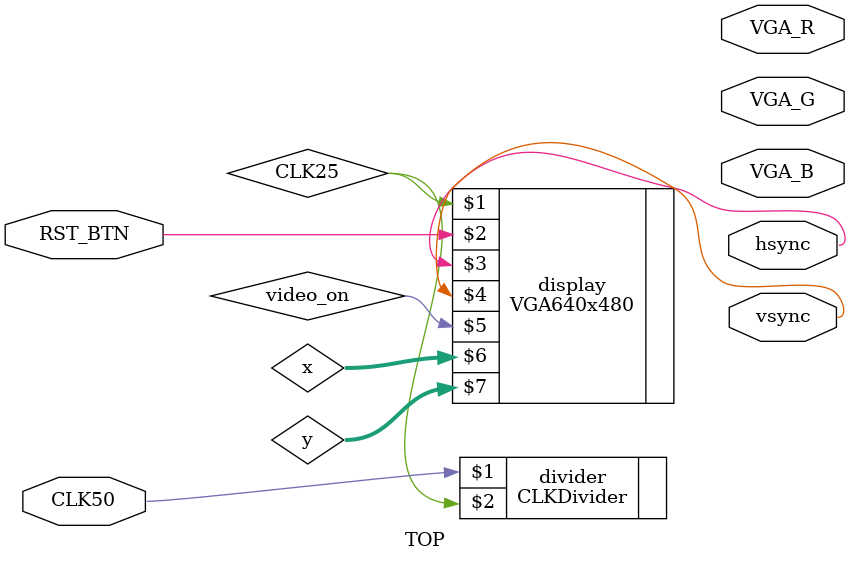
<source format=sv>
module TOP(CLK50, RST_BTN, hsync, vsync, VGA_R, VGA_G, VGA_B);

	input logic CLK50; 					// clock  
	input logic RST_BTN;         // reset 
	output logic hsync;       // horizontal sync output
	output logic vsync;       // vertical sync output
	output logic [7:0] VGA_R;    // VGA red output
	output logic [7:0] VGA_G;    // VGA green output
	output logic [7:0] VGA_B;     // VGA blue output

	logic [9:0] x;  // actual posición de pixel: 10-bit value: 0-1023
	logic [8:0] y;  // actual posición de pixel:  9-bit value: 0-511
	logic video_on;
	logic CLK25;
	
	CLKDivider divider(CLK50, CLK25); 
	VGA640x480 display(CLK25, RST_BTN, hsync, vsync, video_on, x, y);
	
endmodule

</source>
